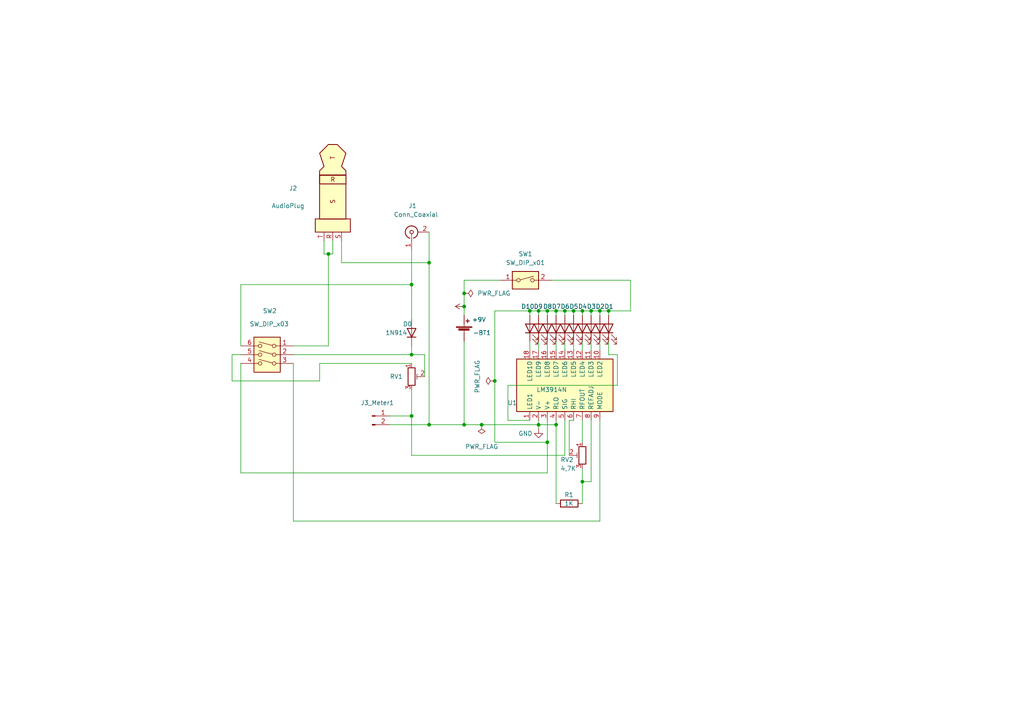
<source format=kicad_sch>
(kicad_sch (version 20211123) (generator eeschema)

  (uuid e63e39d7-6ac0-4ffd-8aa3-1841a4541b55)

  (paper "A4")

  (title_block
    (title "SW-Meter")
    (date "2022-08-23")
    (rev "0.1")
    (company "(C) WodoWiesel")
  )

  (lib_symbols
    (symbol "Connector:AudioPlug3" (in_bom yes) (on_board yes)
      (property "Reference" "J" (id 0) (at 1.27 6.35 0)
        (effects (font (size 1.27 1.27)))
      )
      (property "Value" "AudioPlug3" (id 1) (at 1.27 -6.35 0)
        (effects (font (size 1.27 1.27)))
      )
      (property "Footprint" "" (id 2) (at 2.54 -1.27 0)
        (effects (font (size 1.27 1.27)) hide)
      )
      (property "Datasheet" "~" (id 3) (at 2.54 -1.27 0)
        (effects (font (size 1.27 1.27)) hide)
      )
      (property "ki_keywords" "audio jack plug stereo headphones TRRS connector 2.5mm 3.5mm 6.35mm" (id 4) (at 0 0 0)
        (effects (font (size 1.27 1.27)) hide)
      )
      (property "ki_description" "Audio Jack, 3 Poles (Stereo / TRS)" (id 5) (at 0 0 0)
        (effects (font (size 1.27 1.27)) hide)
      )
      (property "ki_fp_filters" "Plug*" (id 6) (at 0 0 0)
        (effects (font (size 1.27 1.27)) hide)
      )
      (symbol "AudioPlug3_0_0"
        (text "R" (at -2.54 0 900)
          (effects (font (size 1.27 1.27)))
        )
      )
      (symbol "AudioPlug3_0_1"
        (rectangle (start -3.81 3.81) (end -1.27 -3.81)
          (stroke (width 0.254) (type default) (color 0 0 0 0))
          (fill (type none))
        )
        (rectangle (start -1.27 -1.27) (end -1.27 -1.27)
          (stroke (width 0) (type default) (color 0 0 0 0))
          (fill (type none))
        )
      )
      (symbol "AudioPlug3_1_0"
        (text "S" (at 3.81 0 0)
          (effects (font (size 1.27 1.27)))
        )
        (text "T" (at -8.89 0 0)
          (effects (font (size 1.27 1.27)))
        )
      )
      (symbol "AudioPlug3_1_1"
        (rectangle (start -3.81 3.81) (end 8.89 -3.81)
          (stroke (width 0.254) (type default) (color 0 0 0 0))
          (fill (type background))
        )
        (polyline
          (pts
            (xy -3.81 3.81)
            (xy -5.08 3.81)
            (xy -6.35 2.54)
            (xy -10.16 3.81)
            (xy -12.7 1.27)
            (xy -12.7 -1.27)
            (xy -10.16 -3.81)
            (xy -6.35 -2.54)
            (xy -5.08 -3.81)
            (xy -3.81 -3.81)
            (xy -3.81 3.81)
          )
          (stroke (width 0.254) (type default) (color 0 0 0 0))
          (fill (type background))
        )
        (rectangle (start 12.7 5.08) (end 8.89 -5.08)
          (stroke (width 0.254) (type default) (color 0 0 0 0))
          (fill (type background))
        )
        (pin passive line (at 15.24 0 180) (length 2.54)
          (name "~" (effects (font (size 1.27 1.27))))
          (number "R" (effects (font (size 1.27 1.27))))
        )
        (pin passive line (at 15.24 2.54 180) (length 2.54)
          (name "~" (effects (font (size 1.27 1.27))))
          (number "S" (effects (font (size 1.27 1.27))))
        )
        (pin passive line (at 15.24 -2.54 180) (length 2.54)
          (name "~" (effects (font (size 1.27 1.27))))
          (number "T" (effects (font (size 1.27 1.27))))
        )
      )
    )
    (symbol "Connector:Conn_01x02_Male" (pin_names (offset 1.016) hide) (in_bom yes) (on_board yes)
      (property "Reference" "J" (id 0) (at 0 2.54 0)
        (effects (font (size 1.27 1.27)))
      )
      (property "Value" "Conn_01x02_Male" (id 1) (at 0 -5.08 0)
        (effects (font (size 1.27 1.27)))
      )
      (property "Footprint" "" (id 2) (at 0 0 0)
        (effects (font (size 1.27 1.27)) hide)
      )
      (property "Datasheet" "~" (id 3) (at 0 0 0)
        (effects (font (size 1.27 1.27)) hide)
      )
      (property "ki_keywords" "connector" (id 4) (at 0 0 0)
        (effects (font (size 1.27 1.27)) hide)
      )
      (property "ki_description" "Generic connector, single row, 01x02, script generated (kicad-library-utils/schlib/autogen/connector/)" (id 5) (at 0 0 0)
        (effects (font (size 1.27 1.27)) hide)
      )
      (property "ki_fp_filters" "Connector*:*_1x??_*" (id 6) (at 0 0 0)
        (effects (font (size 1.27 1.27)) hide)
      )
      (symbol "Conn_01x02_Male_1_1"
        (polyline
          (pts
            (xy 1.27 -2.54)
            (xy 0.8636 -2.54)
          )
          (stroke (width 0.1524) (type default) (color 0 0 0 0))
          (fill (type none))
        )
        (polyline
          (pts
            (xy 1.27 0)
            (xy 0.8636 0)
          )
          (stroke (width 0.1524) (type default) (color 0 0 0 0))
          (fill (type none))
        )
        (rectangle (start 0.8636 -2.413) (end 0 -2.667)
          (stroke (width 0.1524) (type default) (color 0 0 0 0))
          (fill (type outline))
        )
        (rectangle (start 0.8636 0.127) (end 0 -0.127)
          (stroke (width 0.1524) (type default) (color 0 0 0 0))
          (fill (type outline))
        )
        (pin passive line (at 5.08 0 180) (length 3.81)
          (name "Pin_1" (effects (font (size 1.27 1.27))))
          (number "1" (effects (font (size 1.27 1.27))))
        )
        (pin passive line (at 5.08 -2.54 180) (length 3.81)
          (name "Pin_2" (effects (font (size 1.27 1.27))))
          (number "2" (effects (font (size 1.27 1.27))))
        )
      )
    )
    (symbol "Connector:Conn_Coaxial" (pin_names (offset 1.016) hide) (in_bom yes) (on_board yes)
      (property "Reference" "J" (id 0) (at 0.254 3.048 0)
        (effects (font (size 1.27 1.27)))
      )
      (property "Value" "Conn_Coaxial" (id 1) (at 2.921 0 90)
        (effects (font (size 1.27 1.27)))
      )
      (property "Footprint" "" (id 2) (at 0 0 0)
        (effects (font (size 1.27 1.27)) hide)
      )
      (property "Datasheet" " ~" (id 3) (at 0 0 0)
        (effects (font (size 1.27 1.27)) hide)
      )
      (property "ki_keywords" "BNC SMA SMB SMC LEMO coaxial connector CINCH RCA" (id 4) (at 0 0 0)
        (effects (font (size 1.27 1.27)) hide)
      )
      (property "ki_description" "coaxial connector (BNC, SMA, SMB, SMC, Cinch/RCA, LEMO, ...)" (id 5) (at 0 0 0)
        (effects (font (size 1.27 1.27)) hide)
      )
      (property "ki_fp_filters" "*BNC* *SMA* *SMB* *SMC* *Cinch* *LEMO*" (id 6) (at 0 0 0)
        (effects (font (size 1.27 1.27)) hide)
      )
      (symbol "Conn_Coaxial_0_1"
        (arc (start -1.778 -0.508) (mid 0.2311 -1.8066) (end 1.778 0)
          (stroke (width 0.254) (type default) (color 0 0 0 0))
          (fill (type none))
        )
        (polyline
          (pts
            (xy -2.54 0)
            (xy -0.508 0)
          )
          (stroke (width 0) (type default) (color 0 0 0 0))
          (fill (type none))
        )
        (polyline
          (pts
            (xy 0 -2.54)
            (xy 0 -1.778)
          )
          (stroke (width 0) (type default) (color 0 0 0 0))
          (fill (type none))
        )
        (circle (center 0 0) (radius 0.508)
          (stroke (width 0.2032) (type default) (color 0 0 0 0))
          (fill (type none))
        )
        (arc (start 1.778 0) (mid 0.2099 1.8101) (end -1.778 0.508)
          (stroke (width 0.254) (type default) (color 0 0 0 0))
          (fill (type none))
        )
      )
      (symbol "Conn_Coaxial_1_1"
        (pin passive line (at -5.08 0 0) (length 2.54)
          (name "In" (effects (font (size 1.27 1.27))))
          (number "1" (effects (font (size 1.27 1.27))))
        )
        (pin passive line (at 0 -5.08 90) (length 2.54)
          (name "Ext" (effects (font (size 1.27 1.27))))
          (number "2" (effects (font (size 1.27 1.27))))
        )
      )
    )
    (symbol "Device:Battery_Cell" (pin_numbers hide) (pin_names (offset 0) hide) (in_bom yes) (on_board yes)
      (property "Reference" "BT" (id 0) (at 2.54 2.54 0)
        (effects (font (size 1.27 1.27)) (justify left))
      )
      (property "Value" "Battery_Cell" (id 1) (at 2.54 0 0)
        (effects (font (size 1.27 1.27)) (justify left))
      )
      (property "Footprint" "" (id 2) (at 0 1.524 90)
        (effects (font (size 1.27 1.27)) hide)
      )
      (property "Datasheet" "~" (id 3) (at 0 1.524 90)
        (effects (font (size 1.27 1.27)) hide)
      )
      (property "ki_keywords" "battery cell" (id 4) (at 0 0 0)
        (effects (font (size 1.27 1.27)) hide)
      )
      (property "ki_description" "Single-cell battery" (id 5) (at 0 0 0)
        (effects (font (size 1.27 1.27)) hide)
      )
      (symbol "Battery_Cell_0_1"
        (rectangle (start -2.286 1.778) (end 2.286 1.524)
          (stroke (width 0) (type default) (color 0 0 0 0))
          (fill (type outline))
        )
        (rectangle (start -1.5748 1.1938) (end 1.4732 0.6858)
          (stroke (width 0) (type default) (color 0 0 0 0))
          (fill (type outline))
        )
        (polyline
          (pts
            (xy 0 0.762)
            (xy 0 0)
          )
          (stroke (width 0) (type default) (color 0 0 0 0))
          (fill (type none))
        )
        (polyline
          (pts
            (xy 0 1.778)
            (xy 0 2.54)
          )
          (stroke (width 0) (type default) (color 0 0 0 0))
          (fill (type none))
        )
        (polyline
          (pts
            (xy 0.508 3.429)
            (xy 1.524 3.429)
          )
          (stroke (width 0.254) (type default) (color 0 0 0 0))
          (fill (type none))
        )
        (polyline
          (pts
            (xy 1.016 3.937)
            (xy 1.016 2.921)
          )
          (stroke (width 0.254) (type default) (color 0 0 0 0))
          (fill (type none))
        )
      )
      (symbol "Battery_Cell_1_1"
        (pin passive line (at 0 5.08 270) (length 2.54)
          (name "+" (effects (font (size 1.27 1.27))))
          (number "1" (effects (font (size 1.27 1.27))))
        )
        (pin passive line (at 0 -2.54 90) (length 2.54)
          (name "-" (effects (font (size 1.27 1.27))))
          (number "2" (effects (font (size 1.27 1.27))))
        )
      )
    )
    (symbol "Device:LED" (pin_numbers hide) (pin_names (offset 1.016) hide) (in_bom yes) (on_board yes)
      (property "Reference" "D" (id 0) (at 0 2.54 0)
        (effects (font (size 1.27 1.27)))
      )
      (property "Value" "LED" (id 1) (at 0 -2.54 0)
        (effects (font (size 1.27 1.27)))
      )
      (property "Footprint" "" (id 2) (at 0 0 0)
        (effects (font (size 1.27 1.27)) hide)
      )
      (property "Datasheet" "~" (id 3) (at 0 0 0)
        (effects (font (size 1.27 1.27)) hide)
      )
      (property "ki_keywords" "LED diode" (id 4) (at 0 0 0)
        (effects (font (size 1.27 1.27)) hide)
      )
      (property "ki_description" "Light emitting diode" (id 5) (at 0 0 0)
        (effects (font (size 1.27 1.27)) hide)
      )
      (property "ki_fp_filters" "LED* LED_SMD:* LED_THT:*" (id 6) (at 0 0 0)
        (effects (font (size 1.27 1.27)) hide)
      )
      (symbol "LED_0_1"
        (polyline
          (pts
            (xy -1.27 -1.27)
            (xy -1.27 1.27)
          )
          (stroke (width 0.254) (type default) (color 0 0 0 0))
          (fill (type none))
        )
        (polyline
          (pts
            (xy -1.27 0)
            (xy 1.27 0)
          )
          (stroke (width 0) (type default) (color 0 0 0 0))
          (fill (type none))
        )
        (polyline
          (pts
            (xy 1.27 -1.27)
            (xy 1.27 1.27)
            (xy -1.27 0)
            (xy 1.27 -1.27)
          )
          (stroke (width 0.254) (type default) (color 0 0 0 0))
          (fill (type none))
        )
        (polyline
          (pts
            (xy -3.048 -0.762)
            (xy -4.572 -2.286)
            (xy -3.81 -2.286)
            (xy -4.572 -2.286)
            (xy -4.572 -1.524)
          )
          (stroke (width 0) (type default) (color 0 0 0 0))
          (fill (type none))
        )
        (polyline
          (pts
            (xy -1.778 -0.762)
            (xy -3.302 -2.286)
            (xy -2.54 -2.286)
            (xy -3.302 -2.286)
            (xy -3.302 -1.524)
          )
          (stroke (width 0) (type default) (color 0 0 0 0))
          (fill (type none))
        )
      )
      (symbol "LED_1_1"
        (pin passive line (at -3.81 0 0) (length 2.54)
          (name "K" (effects (font (size 1.27 1.27))))
          (number "1" (effects (font (size 1.27 1.27))))
        )
        (pin passive line (at 3.81 0 180) (length 2.54)
          (name "A" (effects (font (size 1.27 1.27))))
          (number "2" (effects (font (size 1.27 1.27))))
        )
      )
    )
    (symbol "Device:R" (pin_numbers hide) (pin_names (offset 0)) (in_bom yes) (on_board yes)
      (property "Reference" "R" (id 0) (at 2.032 0 90)
        (effects (font (size 1.27 1.27)))
      )
      (property "Value" "R" (id 1) (at 0 0 90)
        (effects (font (size 1.27 1.27)))
      )
      (property "Footprint" "" (id 2) (at -1.778 0 90)
        (effects (font (size 1.27 1.27)) hide)
      )
      (property "Datasheet" "~" (id 3) (at 0 0 0)
        (effects (font (size 1.27 1.27)) hide)
      )
      (property "ki_keywords" "R res resistor" (id 4) (at 0 0 0)
        (effects (font (size 1.27 1.27)) hide)
      )
      (property "ki_description" "Resistor" (id 5) (at 0 0 0)
        (effects (font (size 1.27 1.27)) hide)
      )
      (property "ki_fp_filters" "R_*" (id 6) (at 0 0 0)
        (effects (font (size 1.27 1.27)) hide)
      )
      (symbol "R_0_1"
        (rectangle (start -1.016 -2.54) (end 1.016 2.54)
          (stroke (width 0.254) (type default) (color 0 0 0 0))
          (fill (type none))
        )
      )
      (symbol "R_1_1"
        (pin passive line (at 0 3.81 270) (length 1.27)
          (name "~" (effects (font (size 1.27 1.27))))
          (number "1" (effects (font (size 1.27 1.27))))
        )
        (pin passive line (at 0 -3.81 90) (length 1.27)
          (name "~" (effects (font (size 1.27 1.27))))
          (number "2" (effects (font (size 1.27 1.27))))
        )
      )
    )
    (symbol "Device:R_Potentiometer_Trim" (pin_names (offset 1.016) hide) (in_bom yes) (on_board yes)
      (property "Reference" "RV" (id 0) (at -4.445 0 90)
        (effects (font (size 1.27 1.27)))
      )
      (property "Value" "R_Potentiometer_Trim" (id 1) (at -2.54 0 90)
        (effects (font (size 1.27 1.27)))
      )
      (property "Footprint" "" (id 2) (at 0 0 0)
        (effects (font (size 1.27 1.27)) hide)
      )
      (property "Datasheet" "~" (id 3) (at 0 0 0)
        (effects (font (size 1.27 1.27)) hide)
      )
      (property "ki_keywords" "resistor variable trimpot trimmer" (id 4) (at 0 0 0)
        (effects (font (size 1.27 1.27)) hide)
      )
      (property "ki_description" "Trim-potentiometer" (id 5) (at 0 0 0)
        (effects (font (size 1.27 1.27)) hide)
      )
      (property "ki_fp_filters" "Potentiometer*" (id 6) (at 0 0 0)
        (effects (font (size 1.27 1.27)) hide)
      )
      (symbol "R_Potentiometer_Trim_0_1"
        (polyline
          (pts
            (xy 1.524 0.762)
            (xy 1.524 -0.762)
          )
          (stroke (width 0) (type default) (color 0 0 0 0))
          (fill (type none))
        )
        (polyline
          (pts
            (xy 2.54 0)
            (xy 1.524 0)
          )
          (stroke (width 0) (type default) (color 0 0 0 0))
          (fill (type none))
        )
        (rectangle (start 1.016 2.54) (end -1.016 -2.54)
          (stroke (width 0.254) (type default) (color 0 0 0 0))
          (fill (type none))
        )
      )
      (symbol "R_Potentiometer_Trim_1_1"
        (pin passive line (at 0 3.81 270) (length 1.27)
          (name "1" (effects (font (size 1.27 1.27))))
          (number "1" (effects (font (size 1.27 1.27))))
        )
        (pin passive line (at 3.81 0 180) (length 1.27)
          (name "2" (effects (font (size 1.27 1.27))))
          (number "2" (effects (font (size 1.27 1.27))))
        )
        (pin passive line (at 0 -3.81 90) (length 1.27)
          (name "3" (effects (font (size 1.27 1.27))))
          (number "3" (effects (font (size 1.27 1.27))))
        )
      )
    )
    (symbol "Diode:1N914" (pin_numbers hide) (pin_names (offset 1.016) hide) (in_bom yes) (on_board yes)
      (property "Reference" "D" (id 0) (at 0 2.54 0)
        (effects (font (size 1.27 1.27)))
      )
      (property "Value" "1N914" (id 1) (at 0 -2.54 0)
        (effects (font (size 1.27 1.27)))
      )
      (property "Footprint" "Diode_THT:D_DO-35_SOD27_P7.62mm_Horizontal" (id 2) (at 0 -4.445 0)
        (effects (font (size 1.27 1.27)) hide)
      )
      (property "Datasheet" "http://www.vishay.com/docs/85622/1n914.pdf" (id 3) (at 0 0 0)
        (effects (font (size 1.27 1.27)) hide)
      )
      (property "ki_keywords" "diode" (id 4) (at 0 0 0)
        (effects (font (size 1.27 1.27)) hide)
      )
      (property "ki_description" "100V 0.3A Small Signal Fast Switching Diode, DO-35" (id 5) (at 0 0 0)
        (effects (font (size 1.27 1.27)) hide)
      )
      (property "ki_fp_filters" "D*DO?35*" (id 6) (at 0 0 0)
        (effects (font (size 1.27 1.27)) hide)
      )
      (symbol "1N914_0_1"
        (polyline
          (pts
            (xy -1.27 1.27)
            (xy -1.27 -1.27)
          )
          (stroke (width 0.254) (type default) (color 0 0 0 0))
          (fill (type none))
        )
        (polyline
          (pts
            (xy 1.27 0)
            (xy -1.27 0)
          )
          (stroke (width 0) (type default) (color 0 0 0 0))
          (fill (type none))
        )
        (polyline
          (pts
            (xy 1.27 1.27)
            (xy 1.27 -1.27)
            (xy -1.27 0)
            (xy 1.27 1.27)
          )
          (stroke (width 0.254) (type default) (color 0 0 0 0))
          (fill (type none))
        )
      )
      (symbol "1N914_1_1"
        (pin passive line (at -3.81 0 0) (length 2.54)
          (name "K" (effects (font (size 1.27 1.27))))
          (number "1" (effects (font (size 1.27 1.27))))
        )
        (pin passive line (at 3.81 0 180) (length 2.54)
          (name "A" (effects (font (size 1.27 1.27))))
          (number "2" (effects (font (size 1.27 1.27))))
        )
      )
    )
    (symbol "Driver_LED:LM3914V" (in_bom yes) (on_board yes)
      (property "Reference" "U1" (id 0) (at -6.35 13.97 0)
        (effects (font (size 1.27 1.27)))
      )
      (property "Value" "LM3914V" (id 1) (at -1.27 1.27 90)
        (effects (font (size 1.27 1.27)))
      )
      (property "Footprint" "Package_DIP:DIP-18_W7.62mm_Socket" (id 2) (at 29.21 0 90)
        (effects (font (size 1.27 1.27)) hide)
      )
      (property "Datasheet" "https://www.ti.com/lit/ds/symlink/lm3914.pdf" (id 3) (at 25.4 -1.27 90)
        (effects (font (size 1.27 1.27)) hide)
      )
      (property "ki_keywords" "LED driver bar dot" (id 4) (at 0 0 0)
        (effects (font (size 1.27 1.27)) hide)
      )
      (property "ki_description" "10 LED Dot/Bar Display Driver, PLCC-20" (id 5) (at 0 0 0)
        (effects (font (size 1.27 1.27)) hide)
      )
      (property "ki_fp_filters" "PLCC*" (id 6) (at 0 0 0)
        (effects (font (size 1.27 1.27)) hide)
      )
      (symbol "LM3914V_0_1"
        (rectangle (start -8.89 12.7) (end 6.35 -15.24)
          (stroke (width 0.254) (type default) (color 0 0 0 0))
          (fill (type background))
        )
      )
      (symbol "LM3914V_1_1"
        (pin open_collector line (at -11.43 8.89 0) (length 2.54)
          (name "LED1" (effects (font (size 1.27 1.27))))
          (number "1" (effects (font (size 1.27 1.27))))
        )
        (pin open_collector line (at 8.89 -11.43 180) (length 2.54)
          (name "LED2" (effects (font (size 1.27 1.27))))
          (number "10" (effects (font (size 1.27 1.27))))
        )
        (pin open_collector line (at 8.89 -8.89 180) (length 2.54)
          (name "LED3" (effects (font (size 1.27 1.27))))
          (number "11" (effects (font (size 1.27 1.27))))
        )
        (pin open_collector line (at 8.89 -6.35 180) (length 2.54)
          (name "LED4" (effects (font (size 1.27 1.27))))
          (number "12" (effects (font (size 1.27 1.27))))
        )
        (pin open_collector line (at 8.89 -3.81 180) (length 2.54)
          (name "LED5" (effects (font (size 1.27 1.27))))
          (number "13" (effects (font (size 1.27 1.27))))
        )
        (pin open_collector line (at 8.89 -1.27 180) (length 2.54)
          (name "LED6" (effects (font (size 1.27 1.27))))
          (number "14" (effects (font (size 1.27 1.27))))
        )
        (pin open_collector line (at 8.89 1.27 180) (length 2.54)
          (name "LED7" (effects (font (size 1.27 1.27))))
          (number "15" (effects (font (size 1.27 1.27))))
        )
        (pin open_collector line (at 8.89 3.81 180) (length 2.54)
          (name "LED8" (effects (font (size 1.27 1.27))))
          (number "16" (effects (font (size 1.27 1.27))))
        )
        (pin open_collector line (at 8.89 6.35 180) (length 2.54)
          (name "LED9" (effects (font (size 1.27 1.27))))
          (number "17" (effects (font (size 1.27 1.27))))
        )
        (pin open_collector line (at 8.89 8.89 180) (length 2.54)
          (name "LED10" (effects (font (size 1.27 1.27))))
          (number "18" (effects (font (size 1.27 1.27))))
        )
        (pin power_in line (at -11.43 6.35 0) (length 2.54)
          (name "V-" (effects (font (size 1.27 1.27))))
          (number "2" (effects (font (size 1.27 1.27))))
        )
        (pin power_in line (at -11.43 3.81 0) (length 2.54)
          (name "V+" (effects (font (size 1.27 1.27))))
          (number "3" (effects (font (size 1.27 1.27))))
        )
        (pin input line (at -11.43 1.27 0) (length 2.54)
          (name "RLO" (effects (font (size 1.27 1.27))))
          (number "4" (effects (font (size 1.27 1.27))))
        )
        (pin input line (at -11.43 -1.27 0) (length 2.54)
          (name "SIG" (effects (font (size 1.27 1.27))))
          (number "5" (effects (font (size 1.27 1.27))))
        )
        (pin input line (at -11.43 -3.81 0) (length 2.54)
          (name "RHI" (effects (font (size 1.27 1.27))))
          (number "6" (effects (font (size 1.27 1.27))))
        )
        (pin output line (at -11.43 -6.35 0) (length 2.54)
          (name "RFOUT" (effects (font (size 1.27 1.27))))
          (number "7" (effects (font (size 1.27 1.27))))
        )
        (pin output line (at -11.43 -8.89 0) (length 2.54)
          (name "REFADJ" (effects (font (size 1.27 1.27))))
          (number "8" (effects (font (size 1.27 1.27))))
        )
        (pin input line (at -11.43 -11.43 0) (length 2.54)
          (name "MODE" (effects (font (size 1.27 1.27))))
          (number "9" (effects (font (size 1.27 1.27))))
        )
      )
    )
    (symbol "Switch:SW_DIP_x01" (pin_names (offset 0) hide) (in_bom yes) (on_board yes)
      (property "Reference" "SW" (id 0) (at 0 3.81 0)
        (effects (font (size 1.27 1.27)))
      )
      (property "Value" "SW_DIP_x01" (id 1) (at 0 -3.81 0)
        (effects (font (size 1.27 1.27)))
      )
      (property "Footprint" "" (id 2) (at 0 0 0)
        (effects (font (size 1.27 1.27)) hide)
      )
      (property "Datasheet" "~" (id 3) (at 0 0 0)
        (effects (font (size 1.27 1.27)) hide)
      )
      (property "ki_keywords" "dip switch" (id 4) (at 0 0 0)
        (effects (font (size 1.27 1.27)) hide)
      )
      (property "ki_description" "1x DIP Switch, Single Pole Single Throw (SPST) switch, small symbol" (id 5) (at 0 0 0)
        (effects (font (size 1.27 1.27)) hide)
      )
      (property "ki_fp_filters" "SW?DIP?x1*" (id 6) (at 0 0 0)
        (effects (font (size 1.27 1.27)) hide)
      )
      (symbol "SW_DIP_x01_0_0"
        (circle (center -2.032 0) (radius 0.508)
          (stroke (width 0) (type default) (color 0 0 0 0))
          (fill (type none))
        )
        (polyline
          (pts
            (xy -1.524 0.127)
            (xy 2.3622 1.1684)
          )
          (stroke (width 0) (type default) (color 0 0 0 0))
          (fill (type none))
        )
        (circle (center 2.032 0) (radius 0.508)
          (stroke (width 0) (type default) (color 0 0 0 0))
          (fill (type none))
        )
      )
      (symbol "SW_DIP_x01_0_1"
        (rectangle (start -3.81 2.54) (end 3.81 -2.54)
          (stroke (width 0.254) (type default) (color 0 0 0 0))
          (fill (type background))
        )
      )
      (symbol "SW_DIP_x01_1_1"
        (pin passive line (at -7.62 0 0) (length 5.08)
          (name "~" (effects (font (size 1.27 1.27))))
          (number "1" (effects (font (size 1.27 1.27))))
        )
        (pin passive line (at 7.62 0 180) (length 5.08)
          (name "~" (effects (font (size 1.27 1.27))))
          (number "2" (effects (font (size 1.27 1.27))))
        )
      )
    )
    (symbol "Switch:SW_DIP_x03" (pin_names (offset 0) hide) (in_bom yes) (on_board yes)
      (property "Reference" "SW" (id 0) (at 0 8.89 0)
        (effects (font (size 1.27 1.27)))
      )
      (property "Value" "SW_DIP_x03" (id 1) (at 0 -3.81 0)
        (effects (font (size 1.27 1.27)))
      )
      (property "Footprint" "" (id 2) (at 0 0 0)
        (effects (font (size 1.27 1.27)) hide)
      )
      (property "Datasheet" "~" (id 3) (at 0 0 0)
        (effects (font (size 1.27 1.27)) hide)
      )
      (property "ki_keywords" "dip switch" (id 4) (at 0 0 0)
        (effects (font (size 1.27 1.27)) hide)
      )
      (property "ki_description" "3x DIP Switch, Single Pole Single Throw (SPST) switch, small symbol" (id 5) (at 0 0 0)
        (effects (font (size 1.27 1.27)) hide)
      )
      (property "ki_fp_filters" "SW?DIP?x3*" (id 6) (at 0 0 0)
        (effects (font (size 1.27 1.27)) hide)
      )
      (symbol "SW_DIP_x03_0_0"
        (circle (center -2.032 0) (radius 0.508)
          (stroke (width 0) (type default) (color 0 0 0 0))
          (fill (type none))
        )
        (circle (center -2.032 2.54) (radius 0.508)
          (stroke (width 0) (type default) (color 0 0 0 0))
          (fill (type none))
        )
        (circle (center -2.032 5.08) (radius 0.508)
          (stroke (width 0) (type default) (color 0 0 0 0))
          (fill (type none))
        )
        (polyline
          (pts
            (xy -1.524 0.127)
            (xy 2.3622 1.1684)
          )
          (stroke (width 0) (type default) (color 0 0 0 0))
          (fill (type none))
        )
        (polyline
          (pts
            (xy -1.524 2.667)
            (xy 2.3622 3.7084)
          )
          (stroke (width 0) (type default) (color 0 0 0 0))
          (fill (type none))
        )
        (polyline
          (pts
            (xy -1.524 5.207)
            (xy 2.3622 6.2484)
          )
          (stroke (width 0) (type default) (color 0 0 0 0))
          (fill (type none))
        )
        (circle (center 2.032 0) (radius 0.508)
          (stroke (width 0) (type default) (color 0 0 0 0))
          (fill (type none))
        )
        (circle (center 2.032 2.54) (radius 0.508)
          (stroke (width 0) (type default) (color 0 0 0 0))
          (fill (type none))
        )
        (circle (center 2.032 5.08) (radius 0.508)
          (stroke (width 0) (type default) (color 0 0 0 0))
          (fill (type none))
        )
      )
      (symbol "SW_DIP_x03_0_1"
        (rectangle (start -3.81 7.62) (end 3.81 -2.54)
          (stroke (width 0.254) (type default) (color 0 0 0 0))
          (fill (type background))
        )
      )
      (symbol "SW_DIP_x03_1_1"
        (pin passive line (at -7.62 5.08 0) (length 5.08)
          (name "~" (effects (font (size 1.27 1.27))))
          (number "1" (effects (font (size 1.27 1.27))))
        )
        (pin passive line (at -7.62 2.54 0) (length 5.08)
          (name "~" (effects (font (size 1.27 1.27))))
          (number "2" (effects (font (size 1.27 1.27))))
        )
        (pin passive line (at -7.62 0 0) (length 5.08)
          (name "~" (effects (font (size 1.27 1.27))))
          (number "3" (effects (font (size 1.27 1.27))))
        )
        (pin passive line (at 7.62 0 180) (length 5.08)
          (name "~" (effects (font (size 1.27 1.27))))
          (number "4" (effects (font (size 1.27 1.27))))
        )
        (pin passive line (at 7.62 2.54 180) (length 5.08)
          (name "~" (effects (font (size 1.27 1.27))))
          (number "5" (effects (font (size 1.27 1.27))))
        )
        (pin passive line (at 7.62 5.08 180) (length 5.08)
          (name "~" (effects (font (size 1.27 1.27))))
          (number "6" (effects (font (size 1.27 1.27))))
        )
      )
    )
    (symbol "power:+9V" (power) (pin_names (offset 0)) (in_bom yes) (on_board yes)
      (property "Reference" "#PWR" (id 0) (at 0 -3.81 0)
        (effects (font (size 1.27 1.27)) hide)
      )
      (property "Value" "+9V" (id 1) (at 0 3.556 0)
        (effects (font (size 1.27 1.27)))
      )
      (property "Footprint" "" (id 2) (at 0 0 0)
        (effects (font (size 1.27 1.27)) hide)
      )
      (property "Datasheet" "" (id 3) (at 0 0 0)
        (effects (font (size 1.27 1.27)) hide)
      )
      (property "ki_keywords" "power-flag" (id 4) (at 0 0 0)
        (effects (font (size 1.27 1.27)) hide)
      )
      (property "ki_description" "Power symbol creates a global label with name \"+9V\"" (id 5) (at 0 0 0)
        (effects (font (size 1.27 1.27)) hide)
      )
      (symbol "+9V_0_1"
        (polyline
          (pts
            (xy -0.762 1.27)
            (xy 0 2.54)
          )
          (stroke (width 0) (type default) (color 0 0 0 0))
          (fill (type none))
        )
        (polyline
          (pts
            (xy 0 0)
            (xy 0 2.54)
          )
          (stroke (width 0) (type default) (color 0 0 0 0))
          (fill (type none))
        )
        (polyline
          (pts
            (xy 0 2.54)
            (xy 0.762 1.27)
          )
          (stroke (width 0) (type default) (color 0 0 0 0))
          (fill (type none))
        )
      )
      (symbol "+9V_1_1"
        (pin power_in line (at 0 0 90) (length 0) hide
          (name "+9V" (effects (font (size 1.27 1.27))))
          (number "1" (effects (font (size 1.27 1.27))))
        )
      )
    )
    (symbol "power:GND" (power) (pin_names (offset 0)) (in_bom yes) (on_board yes)
      (property "Reference" "#PWR" (id 0) (at 0 -6.35 0)
        (effects (font (size 1.27 1.27)) hide)
      )
      (property "Value" "GND" (id 1) (at 0 -3.81 0)
        (effects (font (size 1.27 1.27)))
      )
      (property "Footprint" "" (id 2) (at 0 0 0)
        (effects (font (size 1.27 1.27)) hide)
      )
      (property "Datasheet" "" (id 3) (at 0 0 0)
        (effects (font (size 1.27 1.27)) hide)
      )
      (property "ki_keywords" "power-flag" (id 4) (at 0 0 0)
        (effects (font (size 1.27 1.27)) hide)
      )
      (property "ki_description" "Power symbol creates a global label with name \"GND\" , ground" (id 5) (at 0 0 0)
        (effects (font (size 1.27 1.27)) hide)
      )
      (symbol "GND_0_1"
        (polyline
          (pts
            (xy 0 0)
            (xy 0 -1.27)
            (xy 1.27 -1.27)
            (xy 0 -2.54)
            (xy -1.27 -1.27)
            (xy 0 -1.27)
          )
          (stroke (width 0) (type default) (color 0 0 0 0))
          (fill (type none))
        )
      )
      (symbol "GND_1_1"
        (pin power_in line (at 0 0 270) (length 0) hide
          (name "GND" (effects (font (size 1.27 1.27))))
          (number "1" (effects (font (size 1.27 1.27))))
        )
      )
    )
    (symbol "power:PWR_FLAG" (power) (pin_numbers hide) (pin_names (offset 0) hide) (in_bom yes) (on_board yes)
      (property "Reference" "#FLG" (id 0) (at 0 1.905 0)
        (effects (font (size 1.27 1.27)) hide)
      )
      (property "Value" "PWR_FLAG" (id 1) (at 0 3.81 0)
        (effects (font (size 1.27 1.27)))
      )
      (property "Footprint" "" (id 2) (at 0 0 0)
        (effects (font (size 1.27 1.27)) hide)
      )
      (property "Datasheet" "~" (id 3) (at 0 0 0)
        (effects (font (size 1.27 1.27)) hide)
      )
      (property "ki_keywords" "power-flag" (id 4) (at 0 0 0)
        (effects (font (size 1.27 1.27)) hide)
      )
      (property "ki_description" "Special symbol for telling ERC where power comes from" (id 5) (at 0 0 0)
        (effects (font (size 1.27 1.27)) hide)
      )
      (symbol "PWR_FLAG_0_0"
        (pin power_out line (at 0 0 90) (length 0)
          (name "pwr" (effects (font (size 1.27 1.27))))
          (number "1" (effects (font (size 1.27 1.27))))
        )
      )
      (symbol "PWR_FLAG_0_1"
        (polyline
          (pts
            (xy 0 0)
            (xy 0 1.27)
            (xy -1.016 1.905)
            (xy 0 2.54)
            (xy 1.016 1.905)
            (xy 0 1.27)
          )
          (stroke (width 0) (type default) (color 0 0 0 0))
          (fill (type none))
        )
      )
    )
  )


  (junction (at 173.99 90.17) (diameter 0) (color 0 0 0 0)
    (uuid 015fdb84-75fa-4586-a5bf-f1a4a2630ea0)
  )
  (junction (at 156.21 90.17) (diameter 0) (color 0 0 0 0)
    (uuid 04f08b3b-9cdb-4c32-9518-cb2b93f4877b)
  )
  (junction (at 119.38 82.55) (diameter 0) (color 0 0 0 0)
    (uuid 0f6d18b8-08c3-4dfd-b760-e22f15cad149)
  )
  (junction (at 95.25 73.66) (diameter 0) (color 0 0 0 0)
    (uuid 18cf215e-2edb-4bac-86d5-47bde44f0a81)
  )
  (junction (at 168.91 139.7) (diameter 0) (color 0 0 0 0)
    (uuid 1f6c0957-caf2-4b49-8baa-d80826606f94)
  )
  (junction (at 124.46 76.2) (diameter 0) (color 0 0 0 0)
    (uuid 4681c83d-c997-42f1-9c03-bc2e1f49a16e)
  )
  (junction (at 168.91 90.17) (diameter 0) (color 0 0 0 0)
    (uuid 492caf45-c836-4c55-ac2e-4219c2a3308c)
  )
  (junction (at 143.51 110.49) (diameter 0) (color 0 0 0 0)
    (uuid 63bf2d61-9283-441e-801d-bfa174fa2681)
  )
  (junction (at 153.67 90.17) (diameter 0) (color 0 0 0 0)
    (uuid 6fdc6513-85fa-4ac4-9fba-94c952fa0cb6)
  )
  (junction (at 166.37 90.17) (diameter 0) (color 0 0 0 0)
    (uuid 7a102d43-ab4c-40c7-a83e-136119ac6f29)
  )
  (junction (at 161.29 90.17) (diameter 0) (color 0 0 0 0)
    (uuid 8236a635-ccca-4db1-92ae-27ce5451df22)
  )
  (junction (at 176.53 90.17) (diameter 0) (color 0 0 0 0)
    (uuid 9bf4fd2d-b814-4e99-896f-875b7b0b1c7e)
  )
  (junction (at 134.62 88.9) (diameter 0) (color 0 0 0 0)
    (uuid 9c5ddb5c-6cf4-487e-ae3f-e8578fe013aa)
  )
  (junction (at 119.38 102.87) (diameter 0) (color 0 0 0 0)
    (uuid a53940c4-09aa-4fc9-b6e7-005b0be29337)
  )
  (junction (at 158.75 90.17) (diameter 0) (color 0 0 0 0)
    (uuid a6b2d2ea-5f44-4953-80c6-29c6290485aa)
  )
  (junction (at 171.45 90.17) (diameter 0) (color 0 0 0 0)
    (uuid b0ef12b3-0323-43fa-9b14-ad54b3f965fb)
  )
  (junction (at 134.62 123.19) (diameter 0) (color 0 0 0 0)
    (uuid b2c04cea-0c72-4a3e-8dec-9b9bc4ea355f)
  )
  (junction (at 134.62 85.09) (diameter 0) (color 0 0 0 0)
    (uuid b9146e2e-1289-457c-92be-750f97d23ae4)
  )
  (junction (at 124.46 123.19) (diameter 0) (color 0 0 0 0)
    (uuid d38a20d1-64ab-4569-a1a4-c8ba285e24f6)
  )
  (junction (at 161.29 123.19) (diameter 0) (color 0 0 0 0)
    (uuid d7aa825e-7546-4080-b5cf-3a036e0f85fc)
  )
  (junction (at 119.38 120.65) (diameter 0) (color 0 0 0 0)
    (uuid d93f315a-a7a5-4d59-ba6a-33e001b4c7d3)
  )
  (junction (at 163.83 90.17) (diameter 0) (color 0 0 0 0)
    (uuid da009e15-84e6-4d2d-82c9-90fd55d22bc7)
  )
  (junction (at 139.7 123.19) (diameter 0) (color 0 0 0 0)
    (uuid da6b0cd1-db42-4cc3-9a30-8022cb6802ae)
  )
  (junction (at 158.75 128.27) (diameter 0) (color 0 0 0 0)
    (uuid e3007a52-6d6b-4978-9569-5de74841f294)
  )
  (junction (at 156.21 123.19) (diameter 0) (color 0 0 0 0)
    (uuid e48a7531-a7d2-49ad-89f6-982f16857043)
  )

  (wire (pts (xy 156.21 90.17) (xy 158.75 90.17))
    (stroke (width 0) (type default) (color 0 0 0 0))
    (uuid 0150466f-ce29-4592-90c4-9b392099c1dd)
  )
  (wire (pts (xy 123.19 109.22) (xy 123.19 102.87))
    (stroke (width 0) (type default) (color 0 0 0 0))
    (uuid 0443f392-c3a0-4789-bea1-977130958f69)
  )
  (wire (pts (xy 119.38 72.39) (xy 119.38 82.55))
    (stroke (width 0) (type default) (color 0 0 0 0))
    (uuid 06a42422-c9ea-4ab2-acf7-ad6269a0448d)
  )
  (wire (pts (xy 119.38 100.33) (xy 119.38 102.87))
    (stroke (width 0) (type default) (color 0 0 0 0))
    (uuid 07cb4e35-6f37-4f3c-824a-175543a768cf)
  )
  (wire (pts (xy 69.85 102.87) (xy 67.31 102.87))
    (stroke (width 0) (type default) (color 0 0 0 0))
    (uuid 082d25a3-0178-4a47-a6aa-415c7d081dbf)
  )
  (wire (pts (xy 134.62 85.09) (xy 134.62 88.9))
    (stroke (width 0) (type default) (color 0 0 0 0))
    (uuid 0c821793-2386-4b74-8b00-bf8dead829e5)
  )
  (wire (pts (xy 168.91 135.89) (xy 168.91 139.7))
    (stroke (width 0) (type default) (color 0 0 0 0))
    (uuid 169ae574-6414-4f04-bc9b-27203b4285a6)
  )
  (wire (pts (xy 134.62 123.19) (xy 139.7 123.19))
    (stroke (width 0) (type default) (color 0 0 0 0))
    (uuid 16d62e3e-b638-4e5e-8e5f-5b096590e7e4)
  )
  (wire (pts (xy 99.06 69.85) (xy 99.06 76.2))
    (stroke (width 0) (type default) (color 0 0 0 0))
    (uuid 23843484-6303-4a92-b9e3-4e3f9dd0af24)
  )
  (wire (pts (xy 158.75 121.92) (xy 158.75 128.27))
    (stroke (width 0) (type default) (color 0 0 0 0))
    (uuid 25221267-b9cb-44d6-8b66-3f33cea024d8)
  )
  (wire (pts (xy 124.46 76.2) (xy 124.46 123.19))
    (stroke (width 0) (type default) (color 0 0 0 0))
    (uuid 26cedc6b-60fa-4885-9edc-213e66c539f9)
  )
  (wire (pts (xy 166.37 90.17) (xy 168.91 90.17))
    (stroke (width 0) (type default) (color 0 0 0 0))
    (uuid 287ef878-3010-4032-8614-43b8c94551f4)
  )
  (wire (pts (xy 158.75 128.27) (xy 158.75 137.16))
    (stroke (width 0) (type default) (color 0 0 0 0))
    (uuid 2afd88ef-7e21-4dc0-896f-643804df361e)
  )
  (wire (pts (xy 160.02 81.28) (xy 182.88 81.28))
    (stroke (width 0) (type default) (color 0 0 0 0))
    (uuid 2e16a688-38e7-4a8f-8a7f-2e125470bed1)
  )
  (wire (pts (xy 173.99 121.92) (xy 173.99 151.13))
    (stroke (width 0) (type default) (color 0 0 0 0))
    (uuid 2fd5bcf2-ec7c-4307-a195-d2f225564b1e)
  )
  (wire (pts (xy 85.09 151.13) (xy 173.99 151.13))
    (stroke (width 0) (type default) (color 0 0 0 0))
    (uuid 342c2244-8fc8-4172-b95a-db6ab06f1d1a)
  )
  (wire (pts (xy 124.46 123.19) (xy 134.62 123.19))
    (stroke (width 0) (type default) (color 0 0 0 0))
    (uuid 384eb53a-4f3b-4e46-a1dc-385c6ce2fd28)
  )
  (wire (pts (xy 176.53 90.17) (xy 182.88 90.17))
    (stroke (width 0) (type default) (color 0 0 0 0))
    (uuid 39d8d28c-ef85-46f9-a5a3-a64338c69e4c)
  )
  (wire (pts (xy 153.67 99.06) (xy 153.67 101.6))
    (stroke (width 0) (type default) (color 0 0 0 0))
    (uuid 39dfb6d5-208d-49af-80d8-e05c19296993)
  )
  (wire (pts (xy 69.85 137.16) (xy 158.75 137.16))
    (stroke (width 0) (type default) (color 0 0 0 0))
    (uuid 3a14bddf-2a5f-4cff-a41a-1029d47f1f86)
  )
  (wire (pts (xy 85.09 102.87) (xy 119.38 102.87))
    (stroke (width 0) (type default) (color 0 0 0 0))
    (uuid 41382366-e167-4f9c-ac76-a9523c1a5e48)
  )
  (wire (pts (xy 161.29 90.17) (xy 163.83 90.17))
    (stroke (width 0) (type default) (color 0 0 0 0))
    (uuid 42c05a67-b42f-4b6d-9c44-571af09eeb4b)
  )
  (wire (pts (xy 176.53 90.17) (xy 176.53 91.44))
    (stroke (width 0) (type default) (color 0 0 0 0))
    (uuid 4323d599-db0d-48e9-9b60-ad31e986d776)
  )
  (wire (pts (xy 139.7 123.19) (xy 156.21 123.19))
    (stroke (width 0) (type default) (color 0 0 0 0))
    (uuid 44701711-a16b-40a0-8f74-87ecd3d9eb68)
  )
  (wire (pts (xy 158.75 99.06) (xy 158.75 101.6))
    (stroke (width 0) (type default) (color 0 0 0 0))
    (uuid 490ddb95-0dab-4049-a603-377275adfcb5)
  )
  (wire (pts (xy 156.21 124.46) (xy 156.21 123.19))
    (stroke (width 0) (type default) (color 0 0 0 0))
    (uuid 49497715-5364-4065-9064-d502f7db2be8)
  )
  (wire (pts (xy 166.37 90.17) (xy 166.37 91.44))
    (stroke (width 0) (type default) (color 0 0 0 0))
    (uuid 521bfbc1-de05-4506-b52a-e16453f953ad)
  )
  (wire (pts (xy 168.91 99.06) (xy 168.91 101.6))
    (stroke (width 0) (type default) (color 0 0 0 0))
    (uuid 5e1be844-6b68-4bb3-b584-f62d1afd1f51)
  )
  (wire (pts (xy 95.25 73.66) (xy 95.25 100.33))
    (stroke (width 0) (type default) (color 0 0 0 0))
    (uuid 5f25581a-8d28-451d-840a-43c98c815b52)
  )
  (wire (pts (xy 134.62 81.28) (xy 134.62 85.09))
    (stroke (width 0) (type default) (color 0 0 0 0))
    (uuid 635fdaf5-b569-48ec-9819-46193e12998f)
  )
  (wire (pts (xy 113.03 120.65) (xy 119.38 120.65))
    (stroke (width 0) (type default) (color 0 0 0 0))
    (uuid 67a5fdb0-b1ac-46c0-9ab2-02bedc47e3f5)
  )
  (wire (pts (xy 161.29 90.17) (xy 161.29 91.44))
    (stroke (width 0) (type default) (color 0 0 0 0))
    (uuid 67d33389-f745-465b-8df2-61a36467c6a1)
  )
  (wire (pts (xy 161.29 146.05) (xy 161.29 123.19))
    (stroke (width 0) (type default) (color 0 0 0 0))
    (uuid 6a417a63-b4f4-43dc-a342-e6f39ecad015)
  )
  (wire (pts (xy 113.03 123.19) (xy 124.46 123.19))
    (stroke (width 0) (type default) (color 0 0 0 0))
    (uuid 6ac13ffc-dc2e-4f4e-9306-3571f2faa036)
  )
  (wire (pts (xy 182.88 81.28) (xy 182.88 90.17))
    (stroke (width 0) (type default) (color 0 0 0 0))
    (uuid 6bc928f9-e8ba-4cc5-8eea-a33934d63a53)
  )
  (wire (pts (xy 168.91 90.17) (xy 171.45 90.17))
    (stroke (width 0) (type default) (color 0 0 0 0))
    (uuid 6ff9a761-b7a5-4cf8-90e4-22a2e91c08a1)
  )
  (wire (pts (xy 153.67 90.17) (xy 153.67 91.44))
    (stroke (width 0) (type default) (color 0 0 0 0))
    (uuid 700c960f-8a0f-4c1f-8452-d7aaefd611a8)
  )
  (wire (pts (xy 134.62 99.06) (xy 134.62 123.19))
    (stroke (width 0) (type default) (color 0 0 0 0))
    (uuid 720464a4-ada7-49a4-9386-f48211019cad)
  )
  (wire (pts (xy 134.62 91.44) (xy 134.62 88.9))
    (stroke (width 0) (type default) (color 0 0 0 0))
    (uuid 72408d0f-c9a7-459f-a585-bc0119065f01)
  )
  (wire (pts (xy 168.91 139.7) (xy 168.91 146.05))
    (stroke (width 0) (type default) (color 0 0 0 0))
    (uuid 760ff581-f86d-4305-bf13-9fa3a2cf5957)
  )
  (wire (pts (xy 163.83 90.17) (xy 166.37 90.17))
    (stroke (width 0) (type default) (color 0 0 0 0))
    (uuid 76ce120a-34c6-4d15-953e-c7bd07fff34c)
  )
  (wire (pts (xy 171.45 139.7) (xy 168.91 139.7))
    (stroke (width 0) (type default) (color 0 0 0 0))
    (uuid 7eb9db64-0f6d-4c64-88d9-fa07e704dc9d)
  )
  (wire (pts (xy 119.38 82.55) (xy 119.38 92.71))
    (stroke (width 0) (type default) (color 0 0 0 0))
    (uuid 801aca2e-cdc0-4053-bc11-1a811a73cc88)
  )
  (wire (pts (xy 119.38 132.08) (xy 163.83 132.08))
    (stroke (width 0) (type default) (color 0 0 0 0))
    (uuid 86ae7426-5ed6-4112-8857-d563afd2a0c6)
  )
  (wire (pts (xy 147.32 121.92) (xy 147.32 111.76))
    (stroke (width 0) (type default) (color 0 0 0 0))
    (uuid 8743f28b-24ce-4463-a8dc-0f6531656dcf)
  )
  (wire (pts (xy 171.45 90.17) (xy 171.45 91.44))
    (stroke (width 0) (type default) (color 0 0 0 0))
    (uuid 89697cf9-acb5-4a62-8cc6-c81470699852)
  )
  (wire (pts (xy 119.38 120.65) (xy 119.38 132.08))
    (stroke (width 0) (type default) (color 0 0 0 0))
    (uuid 8a89c132-cbc0-40ac-915c-11d95752409a)
  )
  (wire (pts (xy 119.38 113.03) (xy 119.38 120.65))
    (stroke (width 0) (type default) (color 0 0 0 0))
    (uuid 8d9ea4cf-1047-42af-bf72-13258f22d6ad)
  )
  (wire (pts (xy 176.53 102.87) (xy 179.07 102.87))
    (stroke (width 0) (type default) (color 0 0 0 0))
    (uuid 8e29dc72-0273-464f-b4e0-2101573d6ca4)
  )
  (wire (pts (xy 173.99 90.17) (xy 173.99 91.44))
    (stroke (width 0) (type default) (color 0 0 0 0))
    (uuid 8ee44ea3-b3e4-42f2-b0ee-dcf81bb527c1)
  )
  (wire (pts (xy 156.21 90.17) (xy 156.21 91.44))
    (stroke (width 0) (type default) (color 0 0 0 0))
    (uuid 8fd1450e-ea75-4d52-965c-6c240f70223d)
  )
  (wire (pts (xy 156.21 121.92) (xy 156.21 123.19))
    (stroke (width 0) (type default) (color 0 0 0 0))
    (uuid 905b2d5f-155b-487a-954a-09c22e693053)
  )
  (wire (pts (xy 92.71 105.41) (xy 119.38 105.41))
    (stroke (width 0) (type default) (color 0 0 0 0))
    (uuid 92bb4c96-4711-46e5-bcf7-0373e9372453)
  )
  (wire (pts (xy 124.46 67.31) (xy 124.46 76.2))
    (stroke (width 0) (type default) (color 0 0 0 0))
    (uuid 93d3fa14-716e-4df6-8801-59625359d5d2)
  )
  (wire (pts (xy 96.52 73.66) (xy 95.25 73.66))
    (stroke (width 0) (type default) (color 0 0 0 0))
    (uuid 9d2f6f44-d447-4a39-abc4-55d89b199ba9)
  )
  (wire (pts (xy 143.51 90.17) (xy 153.67 90.17))
    (stroke (width 0) (type default) (color 0 0 0 0))
    (uuid a0f8e885-54ba-40fe-b903-0134c6f2b036)
  )
  (wire (pts (xy 134.62 81.28) (xy 144.78 81.28))
    (stroke (width 0) (type default) (color 0 0 0 0))
    (uuid a33b9178-fa98-45b8-86a5-62ed530eda47)
  )
  (wire (pts (xy 147.32 121.92) (xy 153.67 121.92))
    (stroke (width 0) (type default) (color 0 0 0 0))
    (uuid a4c84c3c-65dd-4ec0-8c7b-51bc01443b3d)
  )
  (wire (pts (xy 171.45 90.17) (xy 173.99 90.17))
    (stroke (width 0) (type default) (color 0 0 0 0))
    (uuid a59d5dac-7b86-4797-b51e-25d2651242a5)
  )
  (wire (pts (xy 161.29 123.19) (xy 156.21 123.19))
    (stroke (width 0) (type default) (color 0 0 0 0))
    (uuid ab7ca704-d7c9-4822-a334-bbfefa23764a)
  )
  (wire (pts (xy 165.1 121.92) (xy 166.37 121.92))
    (stroke (width 0) (type default) (color 0 0 0 0))
    (uuid b41f0a60-c04e-4329-9d23-febe0772aebc)
  )
  (wire (pts (xy 85.09 105.41) (xy 85.09 151.13))
    (stroke (width 0) (type default) (color 0 0 0 0))
    (uuid b62569b3-5157-4f89-b4aa-4e7ffba9bb44)
  )
  (wire (pts (xy 158.75 90.17) (xy 158.75 91.44))
    (stroke (width 0) (type default) (color 0 0 0 0))
    (uuid b6d26486-826b-4a6c-a9ee-7f9568c07c62)
  )
  (wire (pts (xy 92.71 110.49) (xy 92.71 105.41))
    (stroke (width 0) (type default) (color 0 0 0 0))
    (uuid b6eeff8a-b636-4c2b-92d6-1d0a0ae079e9)
  )
  (wire (pts (xy 171.45 121.92) (xy 171.45 139.7))
    (stroke (width 0) (type default) (color 0 0 0 0))
    (uuid b8d45af7-1b88-4057-839a-8f8b0aeb8246)
  )
  (wire (pts (xy 161.29 99.06) (xy 161.29 101.6))
    (stroke (width 0) (type default) (color 0 0 0 0))
    (uuid bb494e32-622c-4154-b912-28001b663ebc)
  )
  (wire (pts (xy 93.98 69.85) (xy 93.98 73.66))
    (stroke (width 0) (type default) (color 0 0 0 0))
    (uuid bcdfa9dd-4031-469f-b369-48ab7eba2ac7)
  )
  (wire (pts (xy 166.37 99.06) (xy 166.37 101.6))
    (stroke (width 0) (type default) (color 0 0 0 0))
    (uuid be5b1765-06c5-4401-8aa6-80f71cf55a8d)
  )
  (wire (pts (xy 158.75 90.17) (xy 161.29 90.17))
    (stroke (width 0) (type default) (color 0 0 0 0))
    (uuid bfc508cd-4b05-4aa9-b232-f1206189e950)
  )
  (wire (pts (xy 163.83 99.06) (xy 163.83 101.6))
    (stroke (width 0) (type default) (color 0 0 0 0))
    (uuid c15d93b8-ed69-41fe-90e3-cb1e0a75c92e)
  )
  (wire (pts (xy 67.31 102.87) (xy 67.31 110.49))
    (stroke (width 0) (type default) (color 0 0 0 0))
    (uuid c4ed8317-b6f1-4ec6-a6ac-8cdb2b0f1fbd)
  )
  (wire (pts (xy 168.91 90.17) (xy 168.91 91.44))
    (stroke (width 0) (type default) (color 0 0 0 0))
    (uuid c64623ea-1b89-43ec-92c6-a2d8ff19adad)
  )
  (wire (pts (xy 69.85 82.55) (xy 69.85 100.33))
    (stroke (width 0) (type default) (color 0 0 0 0))
    (uuid c8a92335-f46a-432a-a537-1e13690f2c95)
  )
  (wire (pts (xy 143.51 90.17) (xy 143.51 110.49))
    (stroke (width 0) (type default) (color 0 0 0 0))
    (uuid ccf8a990-1bcf-411e-8e30-ea04ecf1bc48)
  )
  (wire (pts (xy 119.38 102.87) (xy 123.19 102.87))
    (stroke (width 0) (type default) (color 0 0 0 0))
    (uuid d0b2ef87-fb55-49de-8104-c83c37eb45ce)
  )
  (wire (pts (xy 67.31 110.49) (xy 92.71 110.49))
    (stroke (width 0) (type default) (color 0 0 0 0))
    (uuid d17b0e0c-31f3-4693-9d91-ca7dbfb7ec27)
  )
  (wire (pts (xy 161.29 121.92) (xy 161.29 123.19))
    (stroke (width 0) (type default) (color 0 0 0 0))
    (uuid d3ef9cfc-c620-42a0-b052-70da1aedcf78)
  )
  (wire (pts (xy 176.53 99.06) (xy 176.53 102.87))
    (stroke (width 0) (type default) (color 0 0 0 0))
    (uuid d5a00640-1f38-4abe-a47a-5b0d8e8c82c1)
  )
  (wire (pts (xy 69.85 82.55) (xy 119.38 82.55))
    (stroke (width 0) (type default) (color 0 0 0 0))
    (uuid d6e4622b-559a-4d06-a620-07f6eb650d99)
  )
  (wire (pts (xy 168.91 121.92) (xy 168.91 128.27))
    (stroke (width 0) (type default) (color 0 0 0 0))
    (uuid d6f95bd3-d57f-4db4-8748-d81e39bdb26f)
  )
  (wire (pts (xy 165.1 121.92) (xy 165.1 132.08))
    (stroke (width 0) (type default) (color 0 0 0 0))
    (uuid d9ae942c-27ef-4882-ba43-4e2805608508)
  )
  (wire (pts (xy 143.51 110.49) (xy 143.51 128.27))
    (stroke (width 0) (type default) (color 0 0 0 0))
    (uuid da617fff-d3bc-4a86-9912-5b5010d20206)
  )
  (wire (pts (xy 171.45 99.06) (xy 171.45 101.6))
    (stroke (width 0) (type default) (color 0 0 0 0))
    (uuid dae662bd-3130-4b02-9d4a-363f376f480f)
  )
  (wire (pts (xy 99.06 76.2) (xy 124.46 76.2))
    (stroke (width 0) (type default) (color 0 0 0 0))
    (uuid df46aa05-b962-4d2d-af8f-d9613518c742)
  )
  (wire (pts (xy 179.07 102.87) (xy 179.07 111.76))
    (stroke (width 0) (type default) (color 0 0 0 0))
    (uuid e32f6c4e-61f9-40a1-8f85-90ab3570eae0)
  )
  (wire (pts (xy 153.67 90.17) (xy 156.21 90.17))
    (stroke (width 0) (type default) (color 0 0 0 0))
    (uuid e5b6791b-2629-495a-a81d-53fd10246ee0)
  )
  (wire (pts (xy 69.85 105.41) (xy 69.85 137.16))
    (stroke (width 0) (type default) (color 0 0 0 0))
    (uuid e77c9432-4d43-4ec9-9d48-8ac823da6af0)
  )
  (wire (pts (xy 147.32 111.76) (xy 179.07 111.76))
    (stroke (width 0) (type default) (color 0 0 0 0))
    (uuid e945b9b3-0abd-429b-a2a7-52ccbcd101ff)
  )
  (wire (pts (xy 96.52 69.85) (xy 96.52 73.66))
    (stroke (width 0) (type default) (color 0 0 0 0))
    (uuid ed0f4123-394c-463e-8b38-5f343806df7f)
  )
  (wire (pts (xy 173.99 99.06) (xy 173.99 101.6))
    (stroke (width 0) (type default) (color 0 0 0 0))
    (uuid f17d0279-4d0d-4cb7-9433-518c2d3909c8)
  )
  (wire (pts (xy 156.21 99.06) (xy 156.21 101.6))
    (stroke (width 0) (type default) (color 0 0 0 0))
    (uuid f18797e2-b9d7-4db3-a6f2-c18529b0a5b3)
  )
  (wire (pts (xy 176.53 90.17) (xy 173.99 90.17))
    (stroke (width 0) (type default) (color 0 0 0 0))
    (uuid f1d61a18-445c-44c2-aede-12f962542b87)
  )
  (wire (pts (xy 93.98 73.66) (xy 95.25 73.66))
    (stroke (width 0) (type default) (color 0 0 0 0))
    (uuid f48e6835-f314-4115-a8df-eca84aa6299a)
  )
  (wire (pts (xy 163.83 90.17) (xy 163.83 91.44))
    (stroke (width 0) (type default) (color 0 0 0 0))
    (uuid f5edecff-c7e4-4ade-b33f-898c336b9ff1)
  )
  (wire (pts (xy 85.09 100.33) (xy 95.25 100.33))
    (stroke (width 0) (type default) (color 0 0 0 0))
    (uuid f645ccfe-e370-4e5a-84da-2fa96389a970)
  )
  (wire (pts (xy 163.83 121.92) (xy 163.83 132.08))
    (stroke (width 0) (type default) (color 0 0 0 0))
    (uuid f8f8b602-87c8-4cb9-8d3d-8c344f676504)
  )
  (wire (pts (xy 158.75 128.27) (xy 143.51 128.27))
    (stroke (width 0) (type default) (color 0 0 0 0))
    (uuid fe7e05b8-ccb8-4d65-91fe-29562eb4219c)
  )

  (symbol (lib_id "Connector:Conn_01x02_Male") (at 107.95 120.65 0) (unit 1)
    (in_bom yes) (on_board yes)
    (uuid 18c49140-b050-4127-a72e-9184b4bc32d5)
    (property "Reference" "J3_Meter1" (id 0) (at 114.3 116.84 0)
      (effects (font (size 1.27 1.27)) (justify right))
    )
    (property "Value" "Conn_01x02_Male" (id 1) (at 102.87 114.3 90)
      (effects (font (size 1.27 1.27)) (justify right) hide)
    )
    (property "Footprint" "Connector_PinHeader_1.27mm:PinHeader_1x02_P1.27mm_Vertical" (id 2) (at 107.95 120.65 0)
      (effects (font (size 1.27 1.27)) hide)
    )
    (property "Datasheet" "~" (id 3) (at 107.95 120.65 0)
      (effects (font (size 1.27 1.27)) hide)
    )
    (pin "1" (uuid 11c63f6f-daf0-4adb-a46c-e153dbc61c75))
    (pin "2" (uuid 5f6ea7be-4d49-404b-bfa6-926785629791))
  )

  (symbol (lib_id "power:+9V") (at 134.62 88.9 90) (unit 1)
    (in_bom yes) (on_board yes)
    (uuid 1b0a0b2b-779e-42b2-8069-f7d5ac9a7500)
    (property "Reference" "#PWR0101" (id 0) (at 138.43 88.9 0)
      (effects (font (size 1.27 1.27)) hide)
    )
    (property "Value" "+9V" (id 1) (at 140.97 92.71 90)
      (effects (font (size 1.27 1.27)) (justify left))
    )
    (property "Footprint" "" (id 2) (at 134.62 88.9 0)
      (effects (font (size 1.27 1.27)) hide)
    )
    (property "Datasheet" "" (id 3) (at 134.62 88.9 0)
      (effects (font (size 1.27 1.27)) hide)
    )
    (pin "1" (uuid b4504d04-e3a6-4d21-8697-c86eb022978f))
  )

  (symbol (lib_id "Device:LED") (at 176.53 95.25 90) (unit 1)
    (in_bom yes) (on_board yes)
    (uuid 3adc2e3c-c830-44de-8e7d-88acef0c6f1d)
    (property "Reference" "D1" (id 0) (at 175.26 88.9 90)
      (effects (font (size 1.27 1.27)) (justify right))
    )
    (property "Value" "LED" (id 1) (at 180.34 98.1074 90)
      (effects (font (size 1.27 1.27)) (justify right) hide)
    )
    (property "Footprint" "LED_THT:LED_D3.0mm_Clear" (id 2) (at 176.53 95.25 0)
      (effects (font (size 1.27 1.27)) hide)
    )
    (property "Datasheet" "~" (id 3) (at 176.53 95.25 0)
      (effects (font (size 1.27 1.27)) hide)
    )
    (pin "1" (uuid 7e56c17a-e250-4674-a335-a07c1d26d709))
    (pin "2" (uuid 031eb1d7-d1d9-4f4b-983d-0672a0b9b149))
  )

  (symbol (lib_id "power:PWR_FLAG") (at 134.62 85.09 270) (unit 1)
    (in_bom yes) (on_board yes) (fields_autoplaced)
    (uuid 439ac2fc-e7c5-45f5-ae45-d75059b4a2d7)
    (property "Reference" "#FLG0102" (id 0) (at 136.525 85.09 0)
      (effects (font (size 1.27 1.27)) hide)
    )
    (property "Value" "PWR_FLAG" (id 1) (at 138.43 85.0899 90)
      (effects (font (size 1.27 1.27)) (justify left))
    )
    (property "Footprint" "" (id 2) (at 134.62 85.09 0)
      (effects (font (size 1.27 1.27)) hide)
    )
    (property "Datasheet" "~" (id 3) (at 134.62 85.09 0)
      (effects (font (size 1.27 1.27)) hide)
    )
    (pin "1" (uuid 5956d166-a0e0-4ab6-8130-8d7f937876e7))
  )

  (symbol (lib_id "Device:R_Potentiometer_Trim") (at 119.38 109.22 0) (unit 1)
    (in_bom yes) (on_board yes)
    (uuid 507fff23-5011-43fc-b0be-f48a3c1431a5)
    (property "Reference" "RV1" (id 0) (at 116.84 109.22 0)
      (effects (font (size 1.27 1.27)) (justify right))
    )
    (property "Value" "R_Potentiometer_Trim" (id 1) (at 123.19 87.63 90)
      (effects (font (size 1.27 1.27)) (justify right) hide)
    )
    (property "Footprint" "Potentiometer_THT:Potentiometer_Bourns_3266Y_Vertical" (id 2) (at 119.38 109.22 0)
      (effects (font (size 1.27 1.27)) hide)
    )
    (property "Datasheet" "~" (id 3) (at 119.38 109.22 0)
      (effects (font (size 1.27 1.27)) hide)
    )
    (pin "1" (uuid 52c06951-a848-448e-8c0f-9d5120f1eb3f))
    (pin "2" (uuid 73fad71b-4464-46b7-80dc-aa2ede88749c))
    (pin "3" (uuid 4bb06499-6856-43f0-9c3c-42f59e8cfd14))
  )

  (symbol (lib_id "power:PWR_FLAG") (at 143.51 110.49 90) (unit 1)
    (in_bom yes) (on_board yes)
    (uuid 548acca1-3bea-4c02-8083-1f6d076d8ca4)
    (property "Reference" "#FLG0103" (id 0) (at 141.605 110.49 0)
      (effects (font (size 1.27 1.27)) hide)
    )
    (property "Value" "PWR_FLAG" (id 1) (at 138.43 109.22 0))
    (property "Footprint" "" (id 2) (at 143.51 110.49 0)
      (effects (font (size 1.27 1.27)) hide)
    )
    (property "Datasheet" "~" (id 3) (at 143.51 110.49 0)
      (effects (font (size 1.27 1.27)) hide)
    )
    (pin "1" (uuid 29d199b5-f390-4da2-ba30-3d79dd279d40))
  )

  (symbol (lib_id "Device:LED") (at 153.67 95.25 90) (unit 1)
    (in_bom yes) (on_board yes)
    (uuid 56bc4679-18ed-431b-8461-9230b613cdcd)
    (property "Reference" "D10" (id 0) (at 151.13 88.9 90)
      (effects (font (size 1.27 1.27)) (justify right))
    )
    (property "Value" "red" (id 1) (at 154.94 91.44 90)
      (effects (font (size 1.27 1.27)) (justify right) hide)
    )
    (property "Footprint" "LED_THT:LED_D3.0mm_Clear" (id 2) (at 153.67 95.25 0)
      (effects (font (size 1.27 1.27)) hide)
    )
    (property "Datasheet" "~" (id 3) (at 153.67 95.25 0)
      (effects (font (size 1.27 1.27)) hide)
    )
    (pin "1" (uuid 4453ff46-1bba-47c9-b06c-49eddd61b77d))
    (pin "2" (uuid 9ef04f56-e461-4470-8c98-186153fbf878))
  )

  (symbol (lib_id "Connector:AudioPlug3") (at 96.52 54.61 270) (unit 1)
    (in_bom yes) (on_board yes)
    (uuid 6685c028-8a58-4829-a710-beb6d990f333)
    (property "Reference" "J2" (id 0) (at 83.82 54.61 90)
      (effects (font (size 1.27 1.27)) (justify left))
    )
    (property "Value" "AudioPlug" (id 1) (at 78.74 59.69 90)
      (effects (font (size 1.27 1.27)) (justify left))
    )
    (property "Footprint" "Connector_Audio:Jack_3.5mm_Lumberg_1503_07_Horizontal" (id 2) (at 95.25 57.15 0)
      (effects (font (size 1.27 1.27)) hide)
    )
    (property "Datasheet" "~" (id 3) (at 95.25 57.15 0)
      (effects (font (size 1.27 1.27)) hide)
    )
    (pin "R" (uuid 8e58bbe3-2922-4f0e-9ed8-ce237da0c3d1))
    (pin "S" (uuid 71314845-7782-470c-b293-c41739152ded))
    (pin "T" (uuid 14f159d1-379e-4aa2-bc20-b19607abd0cd))
  )

  (symbol (lib_id "Device:LED") (at 166.37 95.25 90) (unit 1)
    (in_bom yes) (on_board yes)
    (uuid 66a98115-1770-4bdf-8ea8-c7ce45f156eb)
    (property "Reference" "D5" (id 0) (at 165.1 88.9 90)
      (effects (font (size 1.27 1.27)) (justify right))
    )
    (property "Value" "LED" (id 1) (at 170.18 98.1074 90)
      (effects (font (size 1.27 1.27)) (justify right) hide)
    )
    (property "Footprint" "LED_THT:LED_D3.0mm_Clear" (id 2) (at 166.37 95.25 0)
      (effects (font (size 1.27 1.27)) hide)
    )
    (property "Datasheet" "~" (id 3) (at 166.37 95.25 0)
      (effects (font (size 1.27 1.27)) hide)
    )
    (pin "1" (uuid b4af2a66-8606-43c6-a165-476a36187850))
    (pin "2" (uuid d53f9608-01be-4308-a141-479801fb4f20))
  )

  (symbol (lib_id "Device:LED") (at 158.75 95.25 90) (unit 1)
    (in_bom yes) (on_board yes)
    (uuid 759e6726-7104-452f-96b4-38bcc567cbad)
    (property "Reference" "D8" (id 0) (at 157.48 88.9 90)
      (effects (font (size 1.27 1.27)) (justify right))
    )
    (property "Value" "LED" (id 1) (at 162.56 98.1074 90)
      (effects (font (size 1.27 1.27)) (justify right) hide)
    )
    (property "Footprint" "LED_THT:LED_D3.0mm_Clear" (id 2) (at 158.75 95.25 0)
      (effects (font (size 1.27 1.27)) hide)
    )
    (property "Datasheet" "~" (id 3) (at 158.75 95.25 0)
      (effects (font (size 1.27 1.27)) hide)
    )
    (pin "1" (uuid 5d301c75-a436-4dd5-94a1-bfd43d5095b2))
    (pin "2" (uuid b6a5b490-4974-4f6f-b595-478a1c841e8a))
  )

  (symbol (lib_id "Device:LED") (at 173.99 95.25 90) (unit 1)
    (in_bom yes) (on_board yes)
    (uuid 75b0239f-6006-48a1-9227-f2ae083b2d92)
    (property "Reference" "D2" (id 0) (at 172.72 88.9 90)
      (effects (font (size 1.27 1.27)) (justify right))
    )
    (property "Value" "LED" (id 1) (at 177.8 98.1074 90)
      (effects (font (size 1.27 1.27)) (justify right) hide)
    )
    (property "Footprint" "LED_THT:LED_D3.0mm_Clear" (id 2) (at 173.99 95.25 0)
      (effects (font (size 1.27 1.27)) hide)
    )
    (property "Datasheet" "~" (id 3) (at 173.99 95.25 0)
      (effects (font (size 1.27 1.27)) hide)
    )
    (pin "1" (uuid 57789466-d206-434a-b9ce-dcded94b3979))
    (pin "2" (uuid 81e25a0d-408f-4a61-bb5a-415011e54a2f))
  )

  (symbol (lib_id "Driver_LED:LM3914V") (at 162.56 110.49 90) (unit 1)
    (in_bom yes) (on_board yes)
    (uuid 7d283b62-f314-41a0-b56b-d307f2ebfa85)
    (property "Reference" "U1" (id 0) (at 148.59 116.84 90))
    (property "Value" "LM3914N" (id 1) (at 160.02 113.03 90))
    (property "Footprint" "Package_DIP:DIP-18_W7.62mm_Socket" (id 2) (at 162.56 81.28 90)
      (effects (font (size 1.27 1.27)) hide)
    )
    (property "Datasheet" "https://www.ti.com/lit/ds/symlink/lm3914.pdf" (id 3) (at 163.83 85.09 90)
      (effects (font (size 1.27 1.27)) hide)
    )
    (pin "1" (uuid 0648b195-3f37-49a2-a952-4c5886b521de))
    (pin "10" (uuid 2ca148b4-658e-4a63-ab5c-2e293c8a2284))
    (pin "11" (uuid 95376300-f16d-43b2-b149-df8f49eb2782))
    (pin "12" (uuid 3662e68b-207e-47a3-930c-038dfd8202b6))
    (pin "13" (uuid 5a29cdb1-72f4-490b-b940-70ed3bd8dac4))
    (pin "14" (uuid 58c4b7f1-3bfe-4269-af43-3ce726a108d9))
    (pin "15" (uuid a8b5a69a-24fc-4f3a-af15-1ced0fb0d73b))
    (pin "16" (uuid b830f01d-0d9c-451a-9ac4-3e5744deb516))
    (pin "17" (uuid 8f2a6709-854c-4caf-959b-d289d2962128))
    (pin "18" (uuid cf06bbbc-3fa0-42b7-9a99-642ec3689891))
    (pin "2" (uuid a8ed9f4d-0385-4ec2-831d-b6c7165c148a))
    (pin "3" (uuid 8dcf91a3-1716-406f-975d-a5e4d347a64c))
    (pin "4" (uuid a067890f-6be8-49e9-b75d-ff2c32452685))
    (pin "5" (uuid 94b9946a-78fd-4f36-83ff-62bd392ae616))
    (pin "6" (uuid 7caf98e4-1466-4c74-8252-9e06859f5812))
    (pin "7" (uuid b2543723-4d00-4120-adfe-906c6c0f4cae))
    (pin "8" (uuid 17a6bac3-e9f6-495e-be83-418646662ace))
    (pin "9" (uuid acb025c1-3784-47d1-b5e9-772bcda8c549))
  )

  (symbol (lib_id "Connector:Conn_Coaxial") (at 119.38 67.31 90) (unit 1)
    (in_bom yes) (on_board yes)
    (uuid 7fa8d415-b461-4cee-a540-c4ed7555eaf1)
    (property "Reference" "J1" (id 0) (at 119.6732 59.69 90))
    (property "Value" "Conn_Coaxial" (id 1) (at 120.65 62.23 90))
    (property "Footprint" "Connector_Coaxial:BNC_TEConnectivity_1478035_Horizontal" (id 2) (at 119.38 67.31 0)
      (effects (font (size 1.27 1.27)) hide)
    )
    (property "Datasheet" " ~" (id 3) (at 119.38 67.31 0)
      (effects (font (size 1.27 1.27)) hide)
    )
    (pin "1" (uuid 7c6eea31-fc52-4d57-b4b9-b4e12be7205a))
    (pin "2" (uuid 49e96dac-9f28-46ad-8b8c-f17561a3a0e1))
  )

  (symbol (lib_id "Device:LED") (at 171.45 95.25 90) (unit 1)
    (in_bom yes) (on_board yes)
    (uuid 83fc104a-4fe5-492a-972a-233881caef3e)
    (property "Reference" "D3" (id 0) (at 170.18 88.9 90)
      (effects (font (size 1.27 1.27)) (justify right))
    )
    (property "Value" "LED" (id 1) (at 170.18 88.9 90)
      (effects (font (size 1.27 1.27)) (justify right) hide)
    )
    (property "Footprint" "LED_THT:LED_D3.0mm_Clear" (id 2) (at 171.45 95.25 0)
      (effects (font (size 1.27 1.27)) hide)
    )
    (property "Datasheet" "~" (id 3) (at 171.45 95.25 0)
      (effects (font (size 1.27 1.27)) hide)
    )
    (pin "1" (uuid 31d3e514-d4f9-4767-b8c2-167932a8aaf5))
    (pin "2" (uuid efc6f536-83fe-4900-97cd-550876575930))
  )

  (symbol (lib_id "Switch:SW_DIP_x03") (at 77.47 105.41 0) (mirror y) (unit 1)
    (in_bom yes) (on_board yes)
    (uuid 8704d9e4-4973-414c-b13c-72d2afda3fae)
    (property "Reference" "SW2" (id 0) (at 76.2 90.17 0)
      (effects (font (size 1.27 1.27)) (justify right))
    )
    (property "Value" "SW_DIP_x03" (id 1) (at 72.39 93.98 0)
      (effects (font (size 1.27 1.27)) (justify right))
    )
    (property "Footprint" "Button_Switch_THT:SW_DIP_SPSTx03_Slide_6.7x9.18mm_W7.62mm_P2.54mm_LowProfile" (id 2) (at 77.47 105.41 0)
      (effects (font (size 1.27 1.27)) hide)
    )
    (property "Datasheet" "~" (id 3) (at 77.47 105.41 0)
      (effects (font (size 1.27 1.27)) hide)
    )
    (pin "1" (uuid 768e6f4e-957f-452c-af6c-8053ca8ba353))
    (pin "2" (uuid 72285566-ffd6-4443-857c-a5e31a8295b9))
    (pin "3" (uuid d0bc355c-7f90-457e-a435-e5464344060a))
    (pin "4" (uuid 95a04723-59c7-4da4-8310-850abba51f9b))
    (pin "5" (uuid 982544c8-846e-47bf-ae0f-afbdde7198af))
    (pin "6" (uuid efd53cbc-021a-4bb0-8745-b6171c434d43))
  )

  (symbol (lib_id "Device:LED") (at 156.21 95.25 90) (unit 1)
    (in_bom yes) (on_board yes)
    (uuid 8ae4e07a-ab69-4733-9e76-662d6f16a49f)
    (property "Reference" "D9" (id 0) (at 157.48 88.9 90)
      (effects (font (size 1.27 1.27)) (justify left))
    )
    (property "Value" "LED" (id 1) (at 160.02 98.1074 90)
      (effects (font (size 1.27 1.27)) (justify right) hide)
    )
    (property "Footprint" "LED_THT:LED_D3.0mm_Clear" (id 2) (at 156.21 95.25 0)
      (effects (font (size 1.27 1.27)) hide)
    )
    (property "Datasheet" "~" (id 3) (at 156.21 95.25 0)
      (effects (font (size 1.27 1.27)) hide)
    )
    (pin "1" (uuid ba77082c-25f2-4c3f-bb63-aeab64d50a95))
    (pin "2" (uuid 4a7e5cfb-0e8c-465c-b854-c674ba5485ee))
  )

  (symbol (lib_id "Switch:SW_DIP_x01") (at 152.4 81.28 0) (unit 1)
    (in_bom yes) (on_board yes) (fields_autoplaced)
    (uuid 9b9c9f2d-c3f0-4093-8f37-35fad5b79e40)
    (property "Reference" "SW1" (id 0) (at 152.4 73.66 0))
    (property "Value" "SW_DIP_x01" (id 1) (at 152.4 76.2 0))
    (property "Footprint" "Button_Switch_THT:SW_DIP_SPSTx01_Slide_9.78x4.72mm_W7.62mm_P2.54mm" (id 2) (at 152.4 81.28 0)
      (effects (font (size 1.27 1.27)) hide)
    )
    (property "Datasheet" "~" (id 3) (at 152.4 81.28 0)
      (effects (font (size 1.27 1.27)) hide)
    )
    (pin "1" (uuid aaf7297c-cff1-4678-ae5d-ded8fb601d7d))
    (pin "2" (uuid f40ddf32-3ab6-4c21-957f-cce00679f0f7))
  )

  (symbol (lib_id "Device:LED") (at 163.83 95.25 90) (unit 1)
    (in_bom yes) (on_board yes)
    (uuid c658317b-ee29-4c5d-b955-f944944c2f0c)
    (property "Reference" "D6" (id 0) (at 162.56 88.9 90)
      (effects (font (size 1.27 1.27)) (justify right))
    )
    (property "Value" "LED" (id 1) (at 167.64 98.1074 90)
      (effects (font (size 1.27 1.27)) (justify right) hide)
    )
    (property "Footprint" "LED_THT:LED_D3.0mm_Clear" (id 2) (at 163.83 95.25 0)
      (effects (font (size 1.27 1.27)) hide)
    )
    (property "Datasheet" "~" (id 3) (at 163.83 95.25 0)
      (effects (font (size 1.27 1.27)) hide)
    )
    (pin "1" (uuid fd9aef0a-3c43-464b-9ac8-3ccce2198eeb))
    (pin "2" (uuid e6619ebc-df52-46bc-8bab-6bd3b5719574))
  )

  (symbol (lib_id "Device:R") (at 165.1 146.05 90) (unit 1)
    (in_bom yes) (on_board yes)
    (uuid c6c532ae-3b84-4e0c-90e3-cd79bbcec0ea)
    (property "Reference" "R1" (id 0) (at 166.37 143.51 90)
      (effects (font (size 1.27 1.27)) (justify left))
    )
    (property "Value" "1K" (id 1) (at 166.37 146.05 90)
      (effects (font (size 1.27 1.27)) (justify left))
    )
    (property "Footprint" "Resistor_THT:R_Axial_DIN0207_L6.3mm_D2.5mm_P10.16mm_Horizontal" (id 2) (at 165.1 147.828 90)
      (effects (font (size 1.27 1.27)) hide)
    )
    (property "Datasheet" "~" (id 3) (at 165.1 146.05 0)
      (effects (font (size 1.27 1.27)) hide)
    )
    (pin "1" (uuid b28db29f-dad4-4114-8714-9548bc97a3c6))
    (pin "2" (uuid 699de765-5ddc-41d9-9635-b637ed1b9a1b))
  )

  (symbol (lib_id "power:GND") (at 156.21 124.46 0) (unit 1)
    (in_bom yes) (on_board yes)
    (uuid cd4a6143-10c1-449d-b1f0-161f5cde23e4)
    (property "Reference" "#PWR0102" (id 0) (at 156.21 130.81 0)
      (effects (font (size 1.27 1.27)) hide)
    )
    (property "Value" "GND" (id 1) (at 152.4 125.73 0))
    (property "Footprint" "" (id 2) (at 156.21 124.46 0)
      (effects (font (size 1.27 1.27)) hide)
    )
    (property "Datasheet" "" (id 3) (at 156.21 124.46 0)
      (effects (font (size 1.27 1.27)) hide)
    )
    (pin "1" (uuid 0904ac1a-aa6b-4164-8e23-8c17b0562eae))
  )

  (symbol (lib_id "Device:R_Potentiometer_Trim") (at 168.91 132.08 0) (mirror y) (unit 1)
    (in_bom yes) (on_board yes)
    (uuid cf6556fa-15b5-4ffd-9acb-fe480d703c43)
    (property "Reference" "RV2" (id 0) (at 162.56 133.35 0)
      (effects (font (size 1.27 1.27)) (justify right))
    )
    (property "Value" "4,7K" (id 1) (at 162.56 135.89 0)
      (effects (font (size 1.27 1.27)) (justify right))
    )
    (property "Footprint" "Potentiometer_THT:Potentiometer_Bourns_3266Y_Vertical" (id 2) (at 168.91 132.08 0)
      (effects (font (size 1.27 1.27)) hide)
    )
    (property "Datasheet" "~" (id 3) (at 168.91 132.08 0)
      (effects (font (size 1.27 1.27)) hide)
    )
    (pin "1" (uuid c62445a8-7b6c-4d38-ba5b-86ce798ed628))
    (pin "2" (uuid 25c3edd1-654a-424f-b192-1d4ebd3105bd))
    (pin "3" (uuid b047ff12-846b-410d-b3b4-1a9e4d17b65d))
  )

  (symbol (lib_id "Device:LED") (at 161.29 95.25 90) (unit 1)
    (in_bom yes) (on_board yes)
    (uuid e6773fcf-e030-4afd-8f10-eb41ac238ca5)
    (property "Reference" "D7" (id 0) (at 160.02 88.9 90)
      (effects (font (size 1.27 1.27)) (justify right))
    )
    (property "Value" "LED" (id 1) (at 165.1 98.1074 90)
      (effects (font (size 1.27 1.27)) (justify right) hide)
    )
    (property "Footprint" "LED_THT:LED_D3.0mm_Clear" (id 2) (at 161.29 95.25 0)
      (effects (font (size 1.27 1.27)) hide)
    )
    (property "Datasheet" "~" (id 3) (at 161.29 95.25 0)
      (effects (font (size 1.27 1.27)) hide)
    )
    (pin "1" (uuid 825eb9cc-1e1e-4272-8cf9-c29938594d45))
    (pin "2" (uuid 105bda07-1e14-48b8-949a-1a16178defa4))
  )

  (symbol (lib_id "Device:LED") (at 168.91 95.25 90) (unit 1)
    (in_bom yes) (on_board yes)
    (uuid ebf12d67-427b-419a-b53f-b97981549fad)
    (property "Reference" "D4" (id 0) (at 167.64 88.9 90)
      (effects (font (size 1.27 1.27)) (justify right))
    )
    (property "Value" "LED" (id 1) (at 172.72 98.1074 90)
      (effects (font (size 1.27 1.27)) (justify right) hide)
    )
    (property "Footprint" "LED_THT:LED_D3.0mm_Clear" (id 2) (at 168.91 95.25 0)
      (effects (font (size 1.27 1.27)) hide)
    )
    (property "Datasheet" "~" (id 3) (at 168.91 95.25 0)
      (effects (font (size 1.27 1.27)) hide)
    )
    (pin "1" (uuid ff6d3087-ae37-4c7b-8341-10e4eb79be28))
    (pin "2" (uuid c6b69dcb-6781-4fed-8695-3af92d51b269))
  )

  (symbol (lib_id "Diode:1N914") (at 119.38 96.52 90) (unit 1)
    (in_bom yes) (on_board yes)
    (uuid f0b89900-fb12-4e8d-8d6d-4f8ae1f022a6)
    (property "Reference" "D0" (id 0) (at 116.84 93.98 90)
      (effects (font (size 1.27 1.27)) (justify right))
    )
    (property "Value" "1N914" (id 1) (at 111.76 96.52 90)
      (effects (font (size 1.27 1.27)) (justify right))
    )
    (property "Footprint" "Diode_THT:D_DO-35_SOD27_P7.62mm_Horizontal" (id 2) (at 123.825 96.52 0)
      (effects (font (size 1.27 1.27)) hide)
    )
    (property "Datasheet" "http://www.vishay.com/docs/85622/1n914.pdf" (id 3) (at 119.38 96.52 0)
      (effects (font (size 1.27 1.27)) hide)
    )
    (pin "1" (uuid dfeb8e84-6339-49fd-b75e-07b730c824d7))
    (pin "2" (uuid caa93f2a-51a2-4f38-867b-6b1ea8d00f59))
  )

  (symbol (lib_id "power:PWR_FLAG") (at 139.7 123.19 180) (unit 1)
    (in_bom yes) (on_board yes)
    (uuid f408fbbe-eee3-4a2b-b681-9d100290f139)
    (property "Reference" "#FLG0101" (id 0) (at 139.7 125.095 0)
      (effects (font (size 1.27 1.27)) hide)
    )
    (property "Value" "PWR_FLAG" (id 1) (at 139.7 129.54 0))
    (property "Footprint" "" (id 2) (at 139.7 123.19 0)
      (effects (font (size 1.27 1.27)) hide)
    )
    (property "Datasheet" "~" (id 3) (at 139.7 123.19 0)
      (effects (font (size 1.27 1.27)) hide)
    )
    (pin "1" (uuid 51f89352-0333-47cc-9424-b6c0c826ec3e))
  )

  (symbol (lib_id "Device:Battery_Cell") (at 134.62 96.52 0) (unit 1)
    (in_bom yes) (on_board yes)
    (uuid f6415f55-6e76-4500-8200-ed2c82bd2ce2)
    (property "Reference" "-BT1" (id 0) (at 137.16 96.52 0)
      (effects (font (size 1.27 1.27)) (justify left))
    )
    (property "Value" "Battery_Cell" (id 1) (at 133.35 91.44 90)
      (effects (font (size 1.27 1.27)) (justify left) hide)
    )
    (property "Footprint" "Battery:BatteryHolder_Eagle_12BH611-GR" (id 2) (at 134.62 94.996 90)
      (effects (font (size 1.27 1.27)) hide)
    )
    (property "Datasheet" "~" (id 3) (at 134.62 94.996 90)
      (effects (font (size 1.27 1.27)) hide)
    )
    (pin "1" (uuid 0dc5d3a4-446d-4b77-8241-e05f3af98a71))
    (pin "2" (uuid cf34160c-3719-42d1-9479-a9c6aba33110))
  )

  (sheet_instances
    (path "/" (page "1"))
  )

  (symbol_instances
    (path "/f408fbbe-eee3-4a2b-b681-9d100290f139"
      (reference "#FLG0101") (unit 1) (value "PWR_FLAG") (footprint "")
    )
    (path "/439ac2fc-e7c5-45f5-ae45-d75059b4a2d7"
      (reference "#FLG0102") (unit 1) (value "PWR_FLAG") (footprint "")
    )
    (path "/548acca1-3bea-4c02-8083-1f6d076d8ca4"
      (reference "#FLG0103") (unit 1) (value "PWR_FLAG") (footprint "")
    )
    (path "/1b0a0b2b-779e-42b2-8069-f7d5ac9a7500"
      (reference "#PWR0101") (unit 1) (value "+9V") (footprint "")
    )
    (path "/cd4a6143-10c1-449d-b1f0-161f5cde23e4"
      (reference "#PWR0102") (unit 1) (value "GND") (footprint "")
    )
    (path "/f6415f55-6e76-4500-8200-ed2c82bd2ce2"
      (reference "-BT1") (unit 1) (value "Battery_Cell") (footprint "Battery:BatteryHolder_Eagle_12BH611-GR")
    )
    (path "/f0b89900-fb12-4e8d-8d6d-4f8ae1f022a6"
      (reference "D0") (unit 1) (value "1N914") (footprint "Diode_THT:D_DO-35_SOD27_P7.62mm_Horizontal")
    )
    (path "/3adc2e3c-c830-44de-8e7d-88acef0c6f1d"
      (reference "D1") (unit 1) (value "LED") (footprint "LED_THT:LED_D3.0mm_Clear")
    )
    (path "/75b0239f-6006-48a1-9227-f2ae083b2d92"
      (reference "D2") (unit 1) (value "LED") (footprint "LED_THT:LED_D3.0mm_Clear")
    )
    (path "/83fc104a-4fe5-492a-972a-233881caef3e"
      (reference "D3") (unit 1) (value "LED") (footprint "LED_THT:LED_D3.0mm_Clear")
    )
    (path "/ebf12d67-427b-419a-b53f-b97981549fad"
      (reference "D4") (unit 1) (value "LED") (footprint "LED_THT:LED_D3.0mm_Clear")
    )
    (path "/66a98115-1770-4bdf-8ea8-c7ce45f156eb"
      (reference "D5") (unit 1) (value "LED") (footprint "LED_THT:LED_D3.0mm_Clear")
    )
    (path "/c658317b-ee29-4c5d-b955-f944944c2f0c"
      (reference "D6") (unit 1) (value "LED") (footprint "LED_THT:LED_D3.0mm_Clear")
    )
    (path "/e6773fcf-e030-4afd-8f10-eb41ac238ca5"
      (reference "D7") (unit 1) (value "LED") (footprint "LED_THT:LED_D3.0mm_Clear")
    )
    (path "/759e6726-7104-452f-96b4-38bcc567cbad"
      (reference "D8") (unit 1) (value "LED") (footprint "LED_THT:LED_D3.0mm_Clear")
    )
    (path "/8ae4e07a-ab69-4733-9e76-662d6f16a49f"
      (reference "D9") (unit 1) (value "LED") (footprint "LED_THT:LED_D3.0mm_Clear")
    )
    (path "/56bc4679-18ed-431b-8461-9230b613cdcd"
      (reference "D10") (unit 1) (value "red") (footprint "LED_THT:LED_D3.0mm_Clear")
    )
    (path "/7fa8d415-b461-4cee-a540-c4ed7555eaf1"
      (reference "J1") (unit 1) (value "Conn_Coaxial") (footprint "Connector_Coaxial:BNC_TEConnectivity_1478035_Horizontal")
    )
    (path "/6685c028-8a58-4829-a710-beb6d990f333"
      (reference "J2") (unit 1) (value "AudioPlug") (footprint "Connector_Audio:Jack_3.5mm_Lumberg_1503_07_Horizontal")
    )
    (path "/18c49140-b050-4127-a72e-9184b4bc32d5"
      (reference "J3_Meter1") (unit 1) (value "Conn_01x02_Male") (footprint "Connector_PinHeader_1.27mm:PinHeader_1x02_P1.27mm_Vertical")
    )
    (path "/c6c532ae-3b84-4e0c-90e3-cd79bbcec0ea"
      (reference "R1") (unit 1) (value "1K") (footprint "Resistor_THT:R_Axial_DIN0207_L6.3mm_D2.5mm_P10.16mm_Horizontal")
    )
    (path "/507fff23-5011-43fc-b0be-f48a3c1431a5"
      (reference "RV1") (unit 1) (value "R_Potentiometer_Trim") (footprint "Potentiometer_THT:Potentiometer_Bourns_3266Y_Vertical")
    )
    (path "/cf6556fa-15b5-4ffd-9acb-fe480d703c43"
      (reference "RV2") (unit 1) (value "4,7K") (footprint "Potentiometer_THT:Potentiometer_Bourns_3266Y_Vertical")
    )
    (path "/9b9c9f2d-c3f0-4093-8f37-35fad5b79e40"
      (reference "SW1") (unit 1) (value "SW_DIP_x01") (footprint "Button_Switch_THT:SW_DIP_SPSTx01_Slide_9.78x4.72mm_W7.62mm_P2.54mm")
    )
    (path "/8704d9e4-4973-414c-b13c-72d2afda3fae"
      (reference "SW2") (unit 1) (value "SW_DIP_x03") (footprint "Button_Switch_THT:SW_DIP_SPSTx03_Slide_6.7x9.18mm_W7.62mm_P2.54mm_LowProfile")
    )
    (path "/7d283b62-f314-41a0-b56b-d307f2ebfa85"
      (reference "U1") (unit 1) (value "LM3914N") (footprint "Package_DIP:DIP-18_W7.62mm_Socket")
    )
  )
)

</source>
